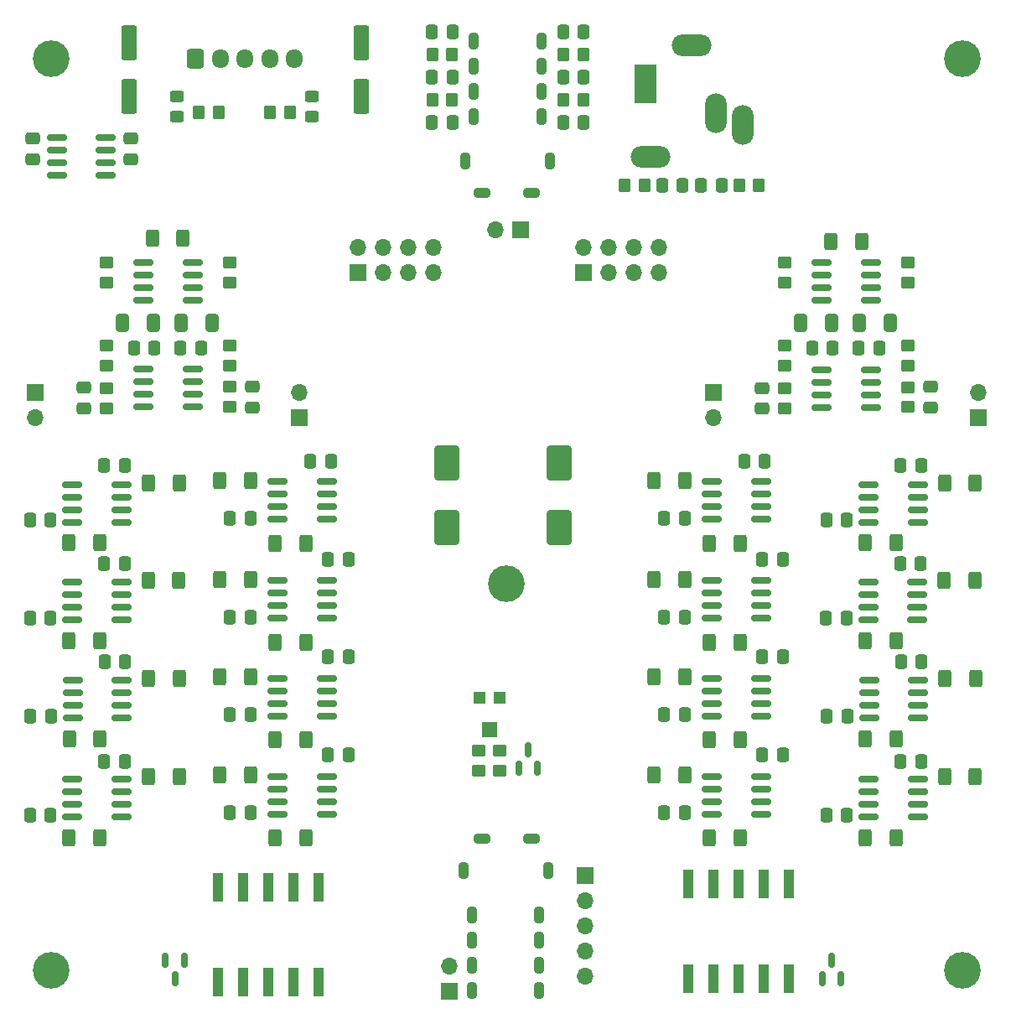
<source format=gbr>
%TF.GenerationSoftware,KiCad,Pcbnew,7.0.7*%
%TF.CreationDate,2024-01-18T16:33:32+01:00*%
%TF.ProjectId,BHOA,42484f41-2e6b-4696-9361-645f70636258,rev?*%
%TF.SameCoordinates,Original*%
%TF.FileFunction,Soldermask,Top*%
%TF.FilePolarity,Negative*%
%FSLAX46Y46*%
G04 Gerber Fmt 4.6, Leading zero omitted, Abs format (unit mm)*
G04 Created by KiCad (PCBNEW 7.0.7) date 2024-01-18 16:33:32*
%MOMM*%
%LPD*%
G01*
G04 APERTURE LIST*
G04 Aperture macros list*
%AMRoundRect*
0 Rectangle with rounded corners*
0 $1 Rounding radius*
0 $2 $3 $4 $5 $6 $7 $8 $9 X,Y pos of 4 corners*
0 Add a 4 corners polygon primitive as box body*
4,1,4,$2,$3,$4,$5,$6,$7,$8,$9,$2,$3,0*
0 Add four circle primitives for the rounded corners*
1,1,$1+$1,$2,$3*
1,1,$1+$1,$4,$5*
1,1,$1+$1,$6,$7*
1,1,$1+$1,$8,$9*
0 Add four rect primitives between the rounded corners*
20,1,$1+$1,$2,$3,$4,$5,0*
20,1,$1+$1,$4,$5,$6,$7,0*
20,1,$1+$1,$6,$7,$8,$9,0*
20,1,$1+$1,$8,$9,$2,$3,0*%
G04 Aperture macros list end*
%ADD10C,3.700000*%
%ADD11R,1.700000X1.700000*%
%ADD12O,1.700000X1.700000*%
%ADD13RoundRect,0.150000X0.150000X-0.587500X0.150000X0.587500X-0.150000X0.587500X-0.150000X-0.587500X0*%
%ADD14RoundRect,0.250000X0.550000X-1.500000X0.550000X1.500000X-0.550000X1.500000X-0.550000X-1.500000X0*%
%ADD15RoundRect,0.250000X-0.550000X1.500000X-0.550000X-1.500000X0.550000X-1.500000X0.550000X1.500000X0*%
%ADD16RoundRect,0.250000X-0.350000X-0.450000X0.350000X-0.450000X0.350000X0.450000X-0.350000X0.450000X0*%
%ADD17RoundRect,0.250000X-0.337500X-0.475000X0.337500X-0.475000X0.337500X0.475000X-0.337500X0.475000X0*%
%ADD18RoundRect,0.250000X0.337500X0.475000X-0.337500X0.475000X-0.337500X-0.475000X0.337500X-0.475000X0*%
%ADD19RoundRect,0.150000X-0.825000X-0.150000X0.825000X-0.150000X0.825000X0.150000X-0.825000X0.150000X0*%
%ADD20R,1.200000X1.200000*%
%ADD21R,1.600000X1.500000*%
%ADD22RoundRect,0.250000X0.450000X-0.350000X0.450000X0.350000X-0.450000X0.350000X-0.450000X-0.350000X0*%
%ADD23RoundRect,0.250000X0.350000X0.450000X-0.350000X0.450000X-0.350000X-0.450000X0.350000X-0.450000X0*%
%ADD24R,1.000000X3.000000*%
%ADD25RoundRect,0.150000X-0.150000X0.587500X-0.150000X-0.587500X0.150000X-0.587500X0.150000X0.587500X0*%
%ADD26RoundRect,0.250000X-0.450000X0.325000X-0.450000X-0.325000X0.450000X-0.325000X0.450000X0.325000X0*%
%ADD27RoundRect,0.250000X-0.450000X0.350000X-0.450000X-0.350000X0.450000X-0.350000X0.450000X0.350000X0*%
%ADD28RoundRect,0.250000X-0.475000X0.337500X-0.475000X-0.337500X0.475000X-0.337500X0.475000X0.337500X0*%
%ADD29RoundRect,0.250000X-0.400000X-0.625000X0.400000X-0.625000X0.400000X0.625000X-0.400000X0.625000X0*%
%ADD30RoundRect,0.250000X0.400000X0.625000X-0.400000X0.625000X-0.400000X-0.625000X0.400000X-0.625000X0*%
%ADD31RoundRect,0.250000X-1.000000X1.500000X-1.000000X-1.500000X1.000000X-1.500000X1.000000X1.500000X0*%
%ADD32RoundRect,0.250000X0.412500X0.650000X-0.412500X0.650000X-0.412500X-0.650000X0.412500X-0.650000X0*%
%ADD33O,1.100000X1.800000*%
%ADD34O,1.800000X1.100000*%
%ADD35RoundRect,0.250000X-0.600000X-0.725000X0.600000X-0.725000X0.600000X0.725000X-0.600000X0.725000X0*%
%ADD36O,1.700000X1.950000*%
%ADD37O,2.200000X4.000000*%
%ADD38O,4.000000X2.200000*%
%ADD39R,2.200000X4.000000*%
G04 APERTURE END LIST*
D10*
%TO.C,H5*%
X150000000Y-106000000D03*
%TD*%
D11*
%TO.C,J13*%
X197639000Y-89247000D03*
D12*
X197639000Y-86707000D03*
%TD*%
%TO.C,J12*%
X102412800Y-89199800D03*
D11*
X102412800Y-86659800D03*
%TD*%
D12*
%TO.C,J8*%
X129096748Y-86698486D03*
D11*
X129096748Y-89238486D03*
%TD*%
%TO.C,J7*%
X170839000Y-86697000D03*
D12*
X170839000Y-89237000D03*
%TD*%
D13*
%TO.C,D4*%
X181850000Y-145837500D03*
X183750000Y-145837500D03*
X182800000Y-143962500D03*
%TD*%
D14*
%TO.C,C2*%
X111900000Y-56800000D03*
X111900000Y-51400000D03*
%TD*%
D15*
%TO.C,C1*%
X135300000Y-51400000D03*
X135300000Y-56800000D03*
%TD*%
D16*
%TO.C,R30*%
X157749750Y-57112250D03*
X155749750Y-57112250D03*
%TD*%
D17*
%TO.C,C32*%
X157787250Y-54826250D03*
X155712250Y-54826250D03*
%TD*%
D18*
%TO.C,C31*%
X155712250Y-50254250D03*
X157787250Y-50254250D03*
%TD*%
D16*
%TO.C,R31*%
X157749750Y-52540250D03*
X155749750Y-52540250D03*
%TD*%
D17*
%TO.C,C30*%
X157787250Y-59398250D03*
X155712250Y-59398250D03*
%TD*%
D19*
%TO.C,U1*%
X104586000Y-60960000D03*
X104586000Y-62230000D03*
X104586000Y-63500000D03*
X104586000Y-64770000D03*
X109536000Y-64770000D03*
X109536000Y-63500000D03*
X109536000Y-62230000D03*
X109536000Y-60960000D03*
%TD*%
D20*
%TO.C,RV1*%
X147257500Y-117461600D03*
D21*
X148257500Y-120711600D03*
D20*
X149257500Y-117461600D03*
%TD*%
D22*
%TO.C,R5*%
X149273500Y-124835200D03*
X149273500Y-122835200D03*
%TD*%
D23*
%TO.C,R2*%
X120888000Y-58420000D03*
X118888000Y-58420000D03*
%TD*%
D16*
%TO.C,R1*%
X126127000Y-58420000D03*
X128127000Y-58420000D03*
%TD*%
D13*
%TO.C,Q1*%
X152146000Y-122760500D03*
X153096000Y-124635500D03*
X151196000Y-124635500D03*
%TD*%
D24*
%TO.C,K2*%
X178480000Y-136320000D03*
X175940000Y-136320000D03*
X173400000Y-136320000D03*
X170860000Y-136320000D03*
X168320000Y-136320000D03*
X168320000Y-145880000D03*
X170860000Y-145880000D03*
X173400000Y-145880000D03*
X175940000Y-145880000D03*
X178480000Y-145880000D03*
%TD*%
%TO.C,K1*%
X120820000Y-146180000D03*
X123360000Y-146180000D03*
X125900000Y-146180000D03*
X128440000Y-146180000D03*
X130980000Y-146180000D03*
X130980000Y-136620000D03*
X128440000Y-136620000D03*
X125900000Y-136620000D03*
X123360000Y-136620000D03*
X120820000Y-136620000D03*
%TD*%
D11*
%TO.C,J6*%
X157744000Y-74554000D03*
D12*
X157744000Y-72014000D03*
X160284000Y-74554000D03*
X160284000Y-72014000D03*
X162824000Y-74554000D03*
X162824000Y-72014000D03*
X165364000Y-74554000D03*
X165364000Y-72014000D03*
%TD*%
D11*
%TO.C,J5*%
X135011000Y-74554000D03*
D12*
X135011000Y-72014000D03*
X137551000Y-74554000D03*
X137551000Y-72014000D03*
X140091000Y-74554000D03*
X140091000Y-72014000D03*
X142631000Y-74554000D03*
X142631000Y-72014000D03*
%TD*%
D25*
%TO.C,D3*%
X117450000Y-143962500D03*
X115550000Y-143962500D03*
X116500000Y-145837500D03*
%TD*%
D26*
%TO.C,D2*%
X116713000Y-56760000D03*
X116713000Y-58810000D03*
%TD*%
%TO.C,D1*%
X130302000Y-56760000D03*
X130302000Y-58810000D03*
%TD*%
D27*
%TO.C,C9*%
X147190700Y-122835200D03*
X147190700Y-124835200D03*
%TD*%
D28*
%TO.C,C8*%
X102108000Y-61065500D03*
X102108000Y-63140500D03*
%TD*%
%TO.C,C7*%
X112014000Y-61065500D03*
X112014000Y-63140500D03*
%TD*%
D17*
%TO.C,C81*%
X182292500Y-99520300D03*
X184367500Y-99520300D03*
%TD*%
%TO.C,C21*%
X142466750Y-50254250D03*
X144541750Y-50254250D03*
%TD*%
D19*
%TO.C,U63*%
X131842364Y-125433000D03*
X131842364Y-126703000D03*
X131842364Y-127973000D03*
X131842364Y-129243000D03*
X126892364Y-129243000D03*
X126892364Y-127973000D03*
X126892364Y-126703000D03*
X126892364Y-125433000D03*
%TD*%
D28*
%TO.C,C55*%
X175782000Y-88318500D03*
X175782000Y-86243500D03*
%TD*%
D10*
%TO.C,H2*%
X196000000Y-53000000D03*
%TD*%
D19*
%TO.C,U62*%
X131842364Y-115527000D03*
X131842364Y-116797000D03*
X131842364Y-118067000D03*
X131842364Y-119337000D03*
X126892364Y-119337000D03*
X126892364Y-118067000D03*
X126892364Y-116797000D03*
X126892364Y-115527000D03*
%TD*%
D29*
%TO.C,R87*%
X194226000Y-125428300D03*
X197326000Y-125428300D03*
%TD*%
D23*
%TO.C,R20*%
X144504250Y-57112250D03*
X142504250Y-57112250D03*
%TD*%
D29*
%TO.C,R75*%
X116881864Y-105616300D03*
X113781864Y-105616300D03*
%TD*%
D30*
%TO.C,R91*%
X173574800Y-101938000D03*
X170474800Y-101938000D03*
%TD*%
D27*
%TO.C,R55*%
X190514000Y-88154000D03*
X190514000Y-86154000D03*
%TD*%
D30*
%TO.C,R90*%
X167986800Y-95588000D03*
X164886800Y-95588000D03*
%TD*%
D17*
%TO.C,C96*%
X175813300Y-123274000D03*
X177888300Y-123274000D03*
%TD*%
D28*
%TO.C,C54*%
X192800000Y-88191500D03*
X192800000Y-86116500D03*
%TD*%
D29*
%TO.C,R83*%
X194247500Y-115522300D03*
X197347500Y-115522300D03*
%TD*%
D27*
%TO.C,R50*%
X190514000Y-75581000D03*
X190514000Y-73581000D03*
%TD*%
D22*
%TO.C,R42*%
X109565748Y-73553486D03*
X109565748Y-75553486D03*
%TD*%
D17*
%TO.C,C67*%
X124140164Y-129116000D03*
X122065164Y-129116000D03*
%TD*%
D23*
%TO.C,R4*%
X175478500Y-65741000D03*
X173478500Y-65741000D03*
%TD*%
D17*
%TO.C,C85*%
X182266500Y-109426300D03*
X184341500Y-109426300D03*
%TD*%
D30*
%TO.C,R65*%
X126632664Y-121750000D03*
X129732664Y-121750000D03*
%TD*%
D17*
%TO.C,C66*%
X134046164Y-123274000D03*
X131971164Y-123274000D03*
%TD*%
D29*
%TO.C,R80*%
X186225000Y-101806300D03*
X189325000Y-101806300D03*
%TD*%
D27*
%TO.C,R56*%
X178068000Y-88281000D03*
X178068000Y-86281000D03*
%TD*%
D31*
%TO.C,C3*%
X155295600Y-93818900D03*
X155295600Y-100318900D03*
%TD*%
D17*
%TO.C,C76*%
X111442364Y-123904300D03*
X109367364Y-123904300D03*
%TD*%
D30*
%TO.C,R97*%
X173574800Y-131656000D03*
X170474800Y-131656000D03*
%TD*%
D19*
%TO.C,U72*%
X111075864Y-105806500D03*
X111075864Y-107076500D03*
X111075864Y-108346500D03*
X111075864Y-109616500D03*
X106125864Y-109616500D03*
X106125864Y-108346500D03*
X106125864Y-107076500D03*
X106125864Y-105806500D03*
%TD*%
D31*
%TO.C,C4*%
X143995600Y-93818900D03*
X143995600Y-100318900D03*
%TD*%
D17*
%TO.C,C64*%
X134046164Y-113368000D03*
X131971164Y-113368000D03*
%TD*%
%TO.C,C61*%
X124140164Y-99398000D03*
X122065164Y-99398000D03*
%TD*%
%TO.C,C86*%
X189785500Y-123904300D03*
X191860500Y-123904300D03*
%TD*%
D10*
%TO.C,H3*%
X196000000Y-145000000D03*
%TD*%
D30*
%TO.C,R67*%
X126632664Y-131656000D03*
X129732664Y-131656000D03*
%TD*%
D29*
%TO.C,R76*%
X108906864Y-131651300D03*
X105806864Y-131651300D03*
%TD*%
D17*
%TO.C,C62*%
X134046164Y-103525200D03*
X131971164Y-103525200D03*
%TD*%
D11*
%TO.C,J11*%
X157899000Y-135450000D03*
D12*
X157899000Y-137990000D03*
X157899000Y-140530000D03*
X157899000Y-143070000D03*
X157899000Y-145610000D03*
%TD*%
D32*
%TO.C,C40*%
X111178248Y-79633486D03*
X114303248Y-79633486D03*
%TD*%
D29*
%TO.C,R73*%
X116929364Y-115522300D03*
X113829364Y-115522300D03*
%TD*%
D27*
%TO.C,R45*%
X122011748Y-88126486D03*
X122011748Y-86126486D03*
%TD*%
D23*
%TO.C,R21*%
X144504250Y-52540250D03*
X142504250Y-52540250D03*
%TD*%
D10*
%TO.C,H1*%
X104000000Y-53000000D03*
%TD*%
D29*
%TO.C,R84*%
X186199000Y-111712300D03*
X189299000Y-111712300D03*
%TD*%
D27*
%TO.C,R46*%
X109565748Y-88253486D03*
X109565748Y-86253486D03*
%TD*%
D33*
%TO.C,J10*%
X146500000Y-147050000D03*
X153300000Y-147050000D03*
D34*
X147500000Y-131700000D03*
X152500000Y-131700000D03*
D33*
X146500000Y-139440000D03*
X153300000Y-139440000D03*
X146500000Y-141980000D03*
X153300000Y-141980000D03*
X146500000Y-144520000D03*
X153300000Y-144520000D03*
X154180000Y-134900000D03*
X145630000Y-134900000D03*
%TD*%
D17*
%TO.C,C82*%
X189807000Y-113871300D03*
X191882000Y-113871300D03*
%TD*%
D18*
%TO.C,C90*%
X176084300Y-93619200D03*
X174009300Y-93619200D03*
%TD*%
D17*
%TO.C,C5*%
X165694000Y-65741000D03*
X167769000Y-65741000D03*
%TD*%
%TO.C,C65*%
X124140164Y-119210000D03*
X122065164Y-119210000D03*
%TD*%
D19*
%TO.C,U83*%
X186570000Y-125745500D03*
X186570000Y-127015500D03*
X186570000Y-128285500D03*
X186570000Y-129555500D03*
X191520000Y-129555500D03*
X191520000Y-128285500D03*
X191520000Y-127015500D03*
X191520000Y-125745500D03*
%TD*%
D18*
%TO.C,C22*%
X144541750Y-54826250D03*
X142466750Y-54826250D03*
%TD*%
D19*
%TO.C,U91*%
X170734500Y-105621000D03*
X170734500Y-106891000D03*
X170734500Y-108161000D03*
X170734500Y-109431000D03*
X175684500Y-109431000D03*
X175684500Y-108161000D03*
X175684500Y-106891000D03*
X175684500Y-105621000D03*
%TD*%
%TO.C,U51*%
X186766000Y-84360000D03*
X186766000Y-85630000D03*
X186766000Y-86900000D03*
X186766000Y-88170000D03*
X181816000Y-88170000D03*
X181816000Y-86900000D03*
X181816000Y-85630000D03*
X181816000Y-84360000D03*
%TD*%
D17*
%TO.C,C63*%
X124140164Y-109367200D03*
X122065164Y-109367200D03*
%TD*%
D19*
%TO.C,U40*%
X118263748Y-73537486D03*
X118263748Y-74807486D03*
X118263748Y-76077486D03*
X118263748Y-77347486D03*
X113313748Y-77347486D03*
X113313748Y-76077486D03*
X113313748Y-74807486D03*
X113313748Y-73537486D03*
%TD*%
D35*
%TO.C,J4*%
X118571000Y-52959000D03*
D36*
X121071000Y-52959000D03*
X123571000Y-52959000D03*
X126071000Y-52959000D03*
X128571000Y-52959000D03*
%TD*%
D19*
%TO.C,U50*%
X186766000Y-73565000D03*
X186766000Y-74835000D03*
X186766000Y-76105000D03*
X186766000Y-77375000D03*
X181816000Y-77375000D03*
X181816000Y-76105000D03*
X181816000Y-74835000D03*
X181816000Y-73565000D03*
%TD*%
D17*
%TO.C,C91*%
X165907300Y-99398000D03*
X167982300Y-99398000D03*
%TD*%
D29*
%TO.C,R72*%
X108928364Y-121618300D03*
X105828364Y-121618300D03*
%TD*%
D30*
%TO.C,R41*%
X114208948Y-71124486D03*
X117308948Y-71124486D03*
%TD*%
D19*
%TO.C,U61*%
X131842364Y-105621000D03*
X131842364Y-106891000D03*
X131842364Y-108161000D03*
X131842364Y-109431000D03*
X126892364Y-109431000D03*
X126892364Y-108161000D03*
X126892364Y-106891000D03*
X126892364Y-105621000D03*
%TD*%
D29*
%TO.C,R85*%
X194200000Y-105616300D03*
X197300000Y-105616300D03*
%TD*%
D33*
%TO.C,J1*%
X154370000Y-63350000D03*
X145820000Y-63350000D03*
X146700000Y-53730000D03*
X153500000Y-53730000D03*
X146700000Y-56270000D03*
X153500000Y-56270000D03*
X146700000Y-58810000D03*
X153500000Y-58810000D03*
D34*
X147500000Y-66550000D03*
X152500000Y-66550000D03*
D33*
X146700000Y-51200000D03*
X153500000Y-51200000D03*
%TD*%
D37*
%TO.C,J2*%
X173842500Y-59650000D03*
X171142500Y-58450000D03*
D38*
X168642500Y-51650000D03*
D39*
X164042500Y-55550000D03*
D38*
X164542500Y-62850000D03*
%TD*%
D29*
%TO.C,R81*%
X194226000Y-95837300D03*
X197326000Y-95837300D03*
%TD*%
D17*
%TO.C,C84*%
X189759500Y-103965300D03*
X191834500Y-103965300D03*
%TD*%
D30*
%TO.C,R51*%
X182745200Y-71406000D03*
X185845200Y-71406000D03*
%TD*%
D19*
%TO.C,U80*%
X186570000Y-95964300D03*
X186570000Y-97234300D03*
X186570000Y-98504300D03*
X186570000Y-99774300D03*
X191520000Y-99774300D03*
X191520000Y-98504300D03*
X191520000Y-97234300D03*
X191520000Y-95964300D03*
%TD*%
D17*
%TO.C,C72*%
X111463864Y-113871300D03*
X109388864Y-113871300D03*
%TD*%
D29*
%TO.C,R86*%
X186225000Y-131651300D03*
X189325000Y-131651300D03*
%TD*%
D17*
%TO.C,C74*%
X111416364Y-103965300D03*
X109341364Y-103965300D03*
%TD*%
D30*
%TO.C,R61*%
X126632664Y-101938000D03*
X129732664Y-101938000D03*
%TD*%
D18*
%TO.C,C60*%
X130167164Y-93619200D03*
X132242164Y-93619200D03*
%TD*%
D10*
%TO.C,H4*%
X104000000Y-145000000D03*
%TD*%
D30*
%TO.C,R94*%
X167986800Y-115400000D03*
X164886800Y-115400000D03*
%TD*%
%TO.C,R96*%
X167986800Y-125306000D03*
X164886800Y-125306000D03*
%TD*%
D29*
%TO.C,R74*%
X108880864Y-111712300D03*
X105780864Y-111712300D03*
%TD*%
D17*
%TO.C,C77*%
X103949364Y-129365300D03*
X101874364Y-129365300D03*
%TD*%
D30*
%TO.C,R62*%
X121044664Y-105557200D03*
X124144664Y-105557200D03*
%TD*%
D27*
%TO.C,R44*%
X109565748Y-83935486D03*
X109565748Y-81935486D03*
%TD*%
D19*
%TO.C,U81*%
X186591500Y-115712500D03*
X186591500Y-116982500D03*
X186591500Y-118252500D03*
X186591500Y-119522500D03*
X191541500Y-119522500D03*
X191541500Y-118252500D03*
X191541500Y-116982500D03*
X191541500Y-115712500D03*
%TD*%
D18*
%TO.C,C43*%
X117037248Y-82173486D03*
X119112248Y-82173486D03*
%TD*%
D17*
%TO.C,C97*%
X165907300Y-129116000D03*
X167982300Y-129116000D03*
%TD*%
D19*
%TO.C,U92*%
X170734500Y-115527000D03*
X170734500Y-116797000D03*
X170734500Y-118067000D03*
X170734500Y-119337000D03*
X175684500Y-119337000D03*
X175684500Y-118067000D03*
X175684500Y-116797000D03*
X175684500Y-115527000D03*
%TD*%
D11*
%TO.C,J3*%
X151375000Y-70240000D03*
D12*
X148835000Y-70240000D03*
%TD*%
D27*
%TO.C,R54*%
X178068000Y-83963000D03*
X178068000Y-81963000D03*
%TD*%
D19*
%TO.C,U82*%
X186544000Y-105806500D03*
X186544000Y-107076500D03*
X186544000Y-108346500D03*
X186544000Y-109616500D03*
X191494000Y-109616500D03*
X191494000Y-108346500D03*
X191494000Y-107076500D03*
X191494000Y-105806500D03*
%TD*%
D17*
%TO.C,C93*%
X165907300Y-109367200D03*
X167982300Y-109367200D03*
%TD*%
D27*
%TO.C,R40*%
X122011748Y-75553486D03*
X122011748Y-73553486D03*
%TD*%
D32*
%TO.C,C51*%
X185649500Y-79661000D03*
X188774500Y-79661000D03*
%TD*%
D16*
%TO.C,R3*%
X161921500Y-65741000D03*
X163921500Y-65741000D03*
%TD*%
D17*
%TO.C,C73*%
X103970864Y-119332300D03*
X101895864Y-119332300D03*
%TD*%
D19*
%TO.C,U71*%
X111123364Y-115712500D03*
X111123364Y-116982500D03*
X111123364Y-118252500D03*
X111123364Y-119522500D03*
X106173364Y-119522500D03*
X106173364Y-118252500D03*
X106173364Y-116982500D03*
X106173364Y-115712500D03*
%TD*%
D17*
%TO.C,C83*%
X182314000Y-119332300D03*
X184389000Y-119332300D03*
%TD*%
%TO.C,C75*%
X103923364Y-109426300D03*
X101848364Y-109426300D03*
%TD*%
D30*
%TO.C,R92*%
X167986800Y-105557200D03*
X164886800Y-105557200D03*
%TD*%
%TO.C,R66*%
X121044664Y-125306000D03*
X124144664Y-125306000D03*
%TD*%
D29*
%TO.C,R82*%
X186246500Y-121618300D03*
X189346500Y-121618300D03*
%TD*%
D30*
%TO.C,R60*%
X121044664Y-95588000D03*
X124144664Y-95588000D03*
%TD*%
D17*
%TO.C,C94*%
X175813300Y-113368000D03*
X177888300Y-113368000D03*
%TD*%
D19*
%TO.C,U70*%
X111101864Y-95964300D03*
X111101864Y-97234300D03*
X111101864Y-98504300D03*
X111101864Y-99774300D03*
X106151864Y-99774300D03*
X106151864Y-98504300D03*
X106151864Y-97234300D03*
X106151864Y-95964300D03*
%TD*%
D17*
%TO.C,C87*%
X182292500Y-129365300D03*
X184367500Y-129365300D03*
%TD*%
%TO.C,C70*%
X111442364Y-94059300D03*
X109367364Y-94059300D03*
%TD*%
%TO.C,C80*%
X189785500Y-94059300D03*
X191860500Y-94059300D03*
%TD*%
D30*
%TO.C,R93*%
X173574800Y-111907200D03*
X170474800Y-111907200D03*
%TD*%
D19*
%TO.C,U93*%
X170734500Y-125433000D03*
X170734500Y-126703000D03*
X170734500Y-127973000D03*
X170734500Y-129243000D03*
X175684500Y-129243000D03*
X175684500Y-127973000D03*
X175684500Y-126703000D03*
X175684500Y-125433000D03*
%TD*%
D18*
%TO.C,C53*%
X185539500Y-82201000D03*
X187614500Y-82201000D03*
%TD*%
%TO.C,C6*%
X171706000Y-65741000D03*
X169631000Y-65741000D03*
%TD*%
D28*
%TO.C,C45*%
X107279748Y-88290986D03*
X107279748Y-86215986D03*
%TD*%
D18*
%TO.C,C52*%
X180840500Y-82201000D03*
X182915500Y-82201000D03*
%TD*%
D30*
%TO.C,R64*%
X121044664Y-115400000D03*
X124144664Y-115400000D03*
%TD*%
D11*
%TO.C,J9*%
X144189200Y-147124000D03*
D12*
X144189200Y-144584000D03*
%TD*%
D19*
%TO.C,U73*%
X111101864Y-125745500D03*
X111101864Y-127015500D03*
X111101864Y-128285500D03*
X111101864Y-129555500D03*
X106151864Y-129555500D03*
X106151864Y-128285500D03*
X106151864Y-127015500D03*
X106151864Y-125745500D03*
%TD*%
D17*
%TO.C,C71*%
X103949364Y-99520300D03*
X101874364Y-99520300D03*
%TD*%
D18*
%TO.C,C20*%
X144541750Y-59398250D03*
X142466750Y-59398250D03*
%TD*%
%TO.C,C42*%
X112338248Y-82173486D03*
X114413248Y-82173486D03*
%TD*%
D32*
%TO.C,C50*%
X179680500Y-79661000D03*
X182805500Y-79661000D03*
%TD*%
D19*
%TO.C,U60*%
X131842364Y-95651800D03*
X131842364Y-96921800D03*
X131842364Y-98191800D03*
X131842364Y-99461800D03*
X126892364Y-99461800D03*
X126892364Y-98191800D03*
X126892364Y-96921800D03*
X126892364Y-95651800D03*
%TD*%
%TO.C,U41*%
X118263748Y-84332486D03*
X118263748Y-85602486D03*
X118263748Y-86872486D03*
X118263748Y-88142486D03*
X113313748Y-88142486D03*
X113313748Y-86872486D03*
X113313748Y-85602486D03*
X113313748Y-84332486D03*
%TD*%
D17*
%TO.C,C95*%
X165907300Y-119210000D03*
X167982300Y-119210000D03*
%TD*%
D22*
%TO.C,R52*%
X178068000Y-73581000D03*
X178068000Y-75581000D03*
%TD*%
D28*
%TO.C,C44*%
X124297748Y-88163986D03*
X124297748Y-86088986D03*
%TD*%
D30*
%TO.C,R95*%
X173574800Y-121750000D03*
X170474800Y-121750000D03*
%TD*%
D32*
%TO.C,C41*%
X117147248Y-79633486D03*
X120272248Y-79633486D03*
%TD*%
D27*
%TO.C,R53*%
X190514000Y-83963000D03*
X190514000Y-81963000D03*
%TD*%
D29*
%TO.C,R71*%
X116907864Y-95837300D03*
X113807864Y-95837300D03*
%TD*%
D30*
%TO.C,R63*%
X126632664Y-111907200D03*
X129732664Y-111907200D03*
%TD*%
D17*
%TO.C,C92*%
X175813300Y-103525200D03*
X177888300Y-103525200D03*
%TD*%
D19*
%TO.C,U90*%
X170734500Y-95651800D03*
X170734500Y-96921800D03*
X170734500Y-98191800D03*
X170734500Y-99461800D03*
X175684500Y-99461800D03*
X175684500Y-98191800D03*
X175684500Y-96921800D03*
X175684500Y-95651800D03*
%TD*%
D29*
%TO.C,R77*%
X116907864Y-125428300D03*
X113807864Y-125428300D03*
%TD*%
D27*
%TO.C,R43*%
X122011748Y-83935486D03*
X122011748Y-81935486D03*
%TD*%
D29*
%TO.C,R70*%
X108906864Y-101806300D03*
X105806864Y-101806300D03*
%TD*%
M02*

</source>
